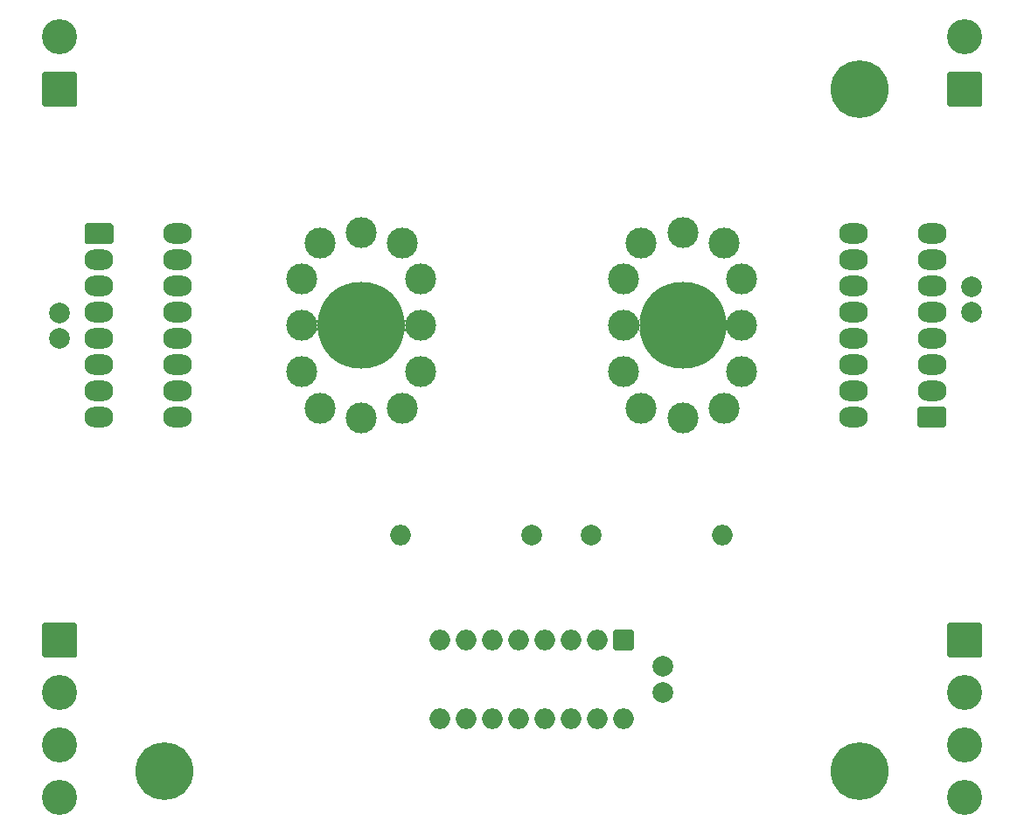
<source format=gbs>
G04 #@! TF.GenerationSoftware,KiCad,Pcbnew,5.1.10*
G04 #@! TF.CreationDate,2021-09-21T21:30:14+02:00*
G04 #@! TF.ProjectId,nixiev2,6e697869-6576-4322-9e6b-696361645f70,rev?*
G04 #@! TF.SameCoordinates,PX15cd0e0PY2455c20*
G04 #@! TF.FileFunction,Soldermask,Bot*
G04 #@! TF.FilePolarity,Negative*
%FSLAX46Y46*%
G04 Gerber Fmt 4.6, Leading zero omitted, Abs format (unit mm)*
G04 Created by KiCad (PCBNEW 5.1.10) date 2021-09-21 21:30:14*
%MOMM*%
%LPD*%
G01*
G04 APERTURE LIST*
%ADD10C,5.600000*%
%ADD11C,3.400000*%
%ADD12O,2.800000X2.000000*%
%ADD13C,3.000000*%
%ADD14C,8.400000*%
%ADD15C,2.000000*%
%ADD16O,2.000000X2.000000*%
%ADD17C,0.100000*%
G04 APERTURE END LIST*
D10*
X82550000Y-74930000D03*
D11*
X92710000Y-67310000D03*
X92710000Y-72390000D03*
G36*
G01*
X91210000Y-60530000D02*
X94210000Y-60530000D01*
G75*
G02*
X94410000Y-60730000I0J-200000D01*
G01*
X94410000Y-63730000D01*
G75*
G02*
X94210000Y-63930000I-200000J0D01*
G01*
X91210000Y-63930000D01*
G75*
G02*
X91010000Y-63730000I0J200000D01*
G01*
X91010000Y-60730000D01*
G75*
G02*
X91210000Y-60530000I200000J0D01*
G01*
G37*
X92710000Y-77470000D03*
D10*
X15240000Y-74930000D03*
G36*
G01*
X90935000Y-39840000D02*
X90935000Y-41440000D01*
G75*
G02*
X90735000Y-41640000I-200000J0D01*
G01*
X88335000Y-41640000D01*
G75*
G02*
X88135000Y-41440000I0J200000D01*
G01*
X88135000Y-39840000D01*
G75*
G02*
X88335000Y-39640000I200000J0D01*
G01*
X90735000Y-39640000D01*
G75*
G02*
X90935000Y-39840000I0J-200000D01*
G01*
G37*
D12*
X81915000Y-22860000D03*
X89535000Y-38100000D03*
X81915000Y-25400000D03*
X89535000Y-35560000D03*
X81915000Y-27940000D03*
X89535000Y-33020000D03*
X81915000Y-30480000D03*
X89535000Y-30480000D03*
X81915000Y-33020000D03*
X89535000Y-27940000D03*
X81915000Y-35560000D03*
X89535000Y-25400000D03*
X81915000Y-38100000D03*
X89535000Y-22860000D03*
X81915000Y-40640000D03*
D13*
X34290000Y-22750000D03*
X34290000Y-40750000D03*
X40040000Y-31750000D03*
X28540000Y-31750000D03*
X28540000Y-36250000D03*
X28540000Y-27250000D03*
X40040000Y-27250000D03*
X40015000Y-36250000D03*
X30290000Y-39750000D03*
X38290000Y-39750000D03*
X38290000Y-23750000D03*
X30290000Y-23750000D03*
D14*
X34290000Y-31750000D03*
D15*
X50800000Y-52070000D03*
D16*
X38100000Y-52070000D03*
D15*
X63500000Y-64770000D03*
X63500000Y-67270000D03*
D11*
X5080000Y-67310000D03*
X5080000Y-72390000D03*
G36*
G01*
X3580000Y-60530000D02*
X6580000Y-60530000D01*
G75*
G02*
X6780000Y-60730000I0J-200000D01*
G01*
X6780000Y-63730000D01*
G75*
G02*
X6580000Y-63930000I-200000J0D01*
G01*
X3580000Y-63930000D01*
G75*
G02*
X3380000Y-63730000I0J200000D01*
G01*
X3380000Y-60730000D01*
G75*
G02*
X3580000Y-60530000I200000J0D01*
G01*
G37*
X5080000Y-77470000D03*
G36*
G01*
X94210000Y-10590000D02*
X91210000Y-10590000D01*
G75*
G02*
X91010000Y-10390000I0J200000D01*
G01*
X91010000Y-7390000D01*
G75*
G02*
X91210000Y-7190000I200000J0D01*
G01*
X94210000Y-7190000D01*
G75*
G02*
X94410000Y-7390000I0J-200000D01*
G01*
X94410000Y-10390000D01*
G75*
G02*
X94210000Y-10590000I-200000J0D01*
G01*
G37*
X92710000Y-3810000D03*
G36*
G01*
X6580000Y-10590000D02*
X3580000Y-10590000D01*
G75*
G02*
X3380000Y-10390000I0J200000D01*
G01*
X3380000Y-7390000D01*
G75*
G02*
X3580000Y-7190000I200000J0D01*
G01*
X6580000Y-7190000D01*
G75*
G02*
X6780000Y-7390000I0J-200000D01*
G01*
X6780000Y-10390000D01*
G75*
G02*
X6580000Y-10590000I-200000J0D01*
G01*
G37*
X5080000Y-3810000D03*
D15*
X56515000Y-52070000D03*
D16*
X69215000Y-52070000D03*
G36*
G01*
X58890000Y-61230000D02*
X60490000Y-61230000D01*
G75*
G02*
X60690000Y-61430000I0J-200000D01*
G01*
X60690000Y-63030000D01*
G75*
G02*
X60490000Y-63230000I-200000J0D01*
G01*
X58890000Y-63230000D01*
G75*
G02*
X58690000Y-63030000I0J200000D01*
G01*
X58690000Y-61430000D01*
G75*
G02*
X58890000Y-61230000I200000J0D01*
G01*
G37*
X41910000Y-69850000D03*
X57150000Y-62230000D03*
X44450000Y-69850000D03*
X54610000Y-62230000D03*
X46990000Y-69850000D03*
X52070000Y-62230000D03*
X49530000Y-69850000D03*
X49530000Y-62230000D03*
X52070000Y-69850000D03*
X46990000Y-62230000D03*
X54610000Y-69850000D03*
X44450000Y-62230000D03*
X57150000Y-69850000D03*
X41910000Y-62230000D03*
X59690000Y-69850000D03*
D15*
X5080000Y-30520000D03*
X5080000Y-33020000D03*
X93345000Y-30480000D03*
X93345000Y-27980000D03*
D14*
X65405000Y-31750000D03*
D13*
X61405000Y-23750000D03*
X69405000Y-23750000D03*
X69405000Y-39750000D03*
X61405000Y-39750000D03*
X71130000Y-36250000D03*
X71155000Y-27250000D03*
X59655000Y-27250000D03*
X59655000Y-36250000D03*
X59655000Y-31750000D03*
X71155000Y-31750000D03*
X65405000Y-40750000D03*
X65405000Y-22750000D03*
D12*
X16510000Y-22860000D03*
X8890000Y-40640000D03*
X16510000Y-25400000D03*
X8890000Y-38100000D03*
X16510000Y-27940000D03*
X8890000Y-35560000D03*
X16510000Y-30480000D03*
X8890000Y-33020000D03*
X16510000Y-33020000D03*
X8890000Y-30480000D03*
X16510000Y-35560000D03*
X8890000Y-27940000D03*
X16510000Y-38100000D03*
X8890000Y-25400000D03*
X16510000Y-40640000D03*
G36*
G01*
X7490000Y-23660000D02*
X7490000Y-22060000D01*
G75*
G02*
X7690000Y-21860000I200000J0D01*
G01*
X10090000Y-21860000D01*
G75*
G02*
X10290000Y-22060000I0J-200000D01*
G01*
X10290000Y-23660000D01*
G75*
G02*
X10090000Y-23860000I-200000J0D01*
G01*
X7690000Y-23860000D01*
G75*
G02*
X7490000Y-23660000I0J200000D01*
G01*
G37*
D10*
X82550000Y-8890000D03*
D17*
G36*
X69548424Y-31145370D02*
G01*
X69553697Y-31162754D01*
X69565062Y-31184018D01*
X69580357Y-31202655D01*
X69598994Y-31217950D01*
X69620258Y-31229315D01*
X69643333Y-31236315D01*
X69667324Y-31238678D01*
X69691315Y-31236315D01*
X69714390Y-31229315D01*
X69735654Y-31217950D01*
X69754291Y-31202655D01*
X69769586Y-31184018D01*
X69778148Y-31167999D01*
X69779847Y-31166943D01*
X69781610Y-31167886D01*
X69781760Y-31169707D01*
X69721513Y-31315155D01*
X69664223Y-31603173D01*
X69664223Y-31896827D01*
X69721513Y-32184845D01*
X69781760Y-32330293D01*
X69781499Y-32332276D01*
X69779651Y-32333041D01*
X69778148Y-32332001D01*
X69769586Y-32315982D01*
X69754291Y-32297345D01*
X69735654Y-32282050D01*
X69714390Y-32270685D01*
X69691315Y-32263685D01*
X69667324Y-32261322D01*
X69643333Y-32263685D01*
X69620258Y-32270685D01*
X69598994Y-32282050D01*
X69580357Y-32297345D01*
X69565062Y-32315982D01*
X69553697Y-32337246D01*
X69548424Y-32354630D01*
X69546964Y-32355997D01*
X69545050Y-32355416D01*
X69544548Y-32353659D01*
X69582776Y-32161473D01*
X69582776Y-31338527D01*
X69544548Y-31146341D01*
X69545191Y-31144447D01*
X69547153Y-31144057D01*
X69548424Y-31145370D01*
G37*
G36*
X38433424Y-31145370D02*
G01*
X38438697Y-31162754D01*
X38450062Y-31184018D01*
X38465357Y-31202655D01*
X38483994Y-31217950D01*
X38505258Y-31229315D01*
X38528333Y-31236315D01*
X38552324Y-31238678D01*
X38576315Y-31236315D01*
X38599390Y-31229315D01*
X38620654Y-31217950D01*
X38639291Y-31202655D01*
X38654586Y-31184018D01*
X38663148Y-31167999D01*
X38664847Y-31166943D01*
X38666610Y-31167886D01*
X38666760Y-31169707D01*
X38606513Y-31315155D01*
X38549223Y-31603173D01*
X38549223Y-31896827D01*
X38606513Y-32184845D01*
X38666760Y-32330293D01*
X38666499Y-32332276D01*
X38664651Y-32333041D01*
X38663148Y-32332001D01*
X38654586Y-32315982D01*
X38639291Y-32297345D01*
X38620654Y-32282050D01*
X38599390Y-32270685D01*
X38576315Y-32263685D01*
X38552324Y-32261322D01*
X38528333Y-32263685D01*
X38505258Y-32270685D01*
X38483994Y-32282050D01*
X38465357Y-32297345D01*
X38450062Y-32315982D01*
X38438697Y-32337246D01*
X38433424Y-32354630D01*
X38431964Y-32355997D01*
X38430050Y-32355416D01*
X38429548Y-32353659D01*
X38467776Y-32161473D01*
X38467776Y-31338527D01*
X38429548Y-31146341D01*
X38430191Y-31144447D01*
X38432153Y-31144057D01*
X38433424Y-31145370D01*
G37*
G36*
X61264950Y-31144584D02*
G01*
X61265452Y-31146341D01*
X61227224Y-31338527D01*
X61227224Y-32161473D01*
X61265452Y-32353659D01*
X61264809Y-32355553D01*
X61262847Y-32355943D01*
X61261576Y-32354630D01*
X61256303Y-32337246D01*
X61244938Y-32315982D01*
X61229643Y-32297345D01*
X61211006Y-32282050D01*
X61189742Y-32270685D01*
X61166667Y-32263685D01*
X61142676Y-32261322D01*
X61118685Y-32263685D01*
X61095610Y-32270685D01*
X61074346Y-32282050D01*
X61055709Y-32297345D01*
X61040414Y-32315982D01*
X61031852Y-32332001D01*
X61030153Y-32333057D01*
X61028390Y-32332114D01*
X61028240Y-32330293D01*
X61088487Y-32184845D01*
X61145777Y-31896827D01*
X61145777Y-31603173D01*
X61088487Y-31315155D01*
X61028240Y-31169707D01*
X61028501Y-31167724D01*
X61030349Y-31166959D01*
X61031852Y-31167999D01*
X61040414Y-31184018D01*
X61055709Y-31202655D01*
X61074346Y-31217950D01*
X61095610Y-31229315D01*
X61118685Y-31236315D01*
X61142676Y-31238678D01*
X61166667Y-31236315D01*
X61189742Y-31229315D01*
X61211006Y-31217950D01*
X61229643Y-31202655D01*
X61244938Y-31184018D01*
X61256303Y-31162754D01*
X61261576Y-31145370D01*
X61263036Y-31144003D01*
X61264950Y-31144584D01*
G37*
G36*
X30149950Y-31144584D02*
G01*
X30150452Y-31146341D01*
X30112224Y-31338527D01*
X30112224Y-32161473D01*
X30150452Y-32353659D01*
X30149809Y-32355553D01*
X30147847Y-32355943D01*
X30146576Y-32354630D01*
X30141303Y-32337246D01*
X30129938Y-32315982D01*
X30114643Y-32297345D01*
X30096006Y-32282050D01*
X30074742Y-32270685D01*
X30051667Y-32263685D01*
X30027676Y-32261322D01*
X30003685Y-32263685D01*
X29980610Y-32270685D01*
X29959346Y-32282050D01*
X29940709Y-32297345D01*
X29925414Y-32315982D01*
X29916852Y-32332001D01*
X29915153Y-32333057D01*
X29913390Y-32332114D01*
X29913240Y-32330293D01*
X29973487Y-32184845D01*
X30030777Y-31896827D01*
X30030777Y-31603173D01*
X29973487Y-31315155D01*
X29913240Y-31169707D01*
X29913501Y-31167724D01*
X29915349Y-31166959D01*
X29916852Y-31167999D01*
X29925414Y-31184018D01*
X29940709Y-31202655D01*
X29959346Y-31217950D01*
X29980610Y-31229315D01*
X30003685Y-31236315D01*
X30027676Y-31238678D01*
X30051667Y-31236315D01*
X30074742Y-31229315D01*
X30096006Y-31217950D01*
X30114643Y-31202655D01*
X30129938Y-31184018D01*
X30141303Y-31162754D01*
X30146576Y-31145370D01*
X30148036Y-31144003D01*
X30149950Y-31144584D01*
G37*
M02*

</source>
